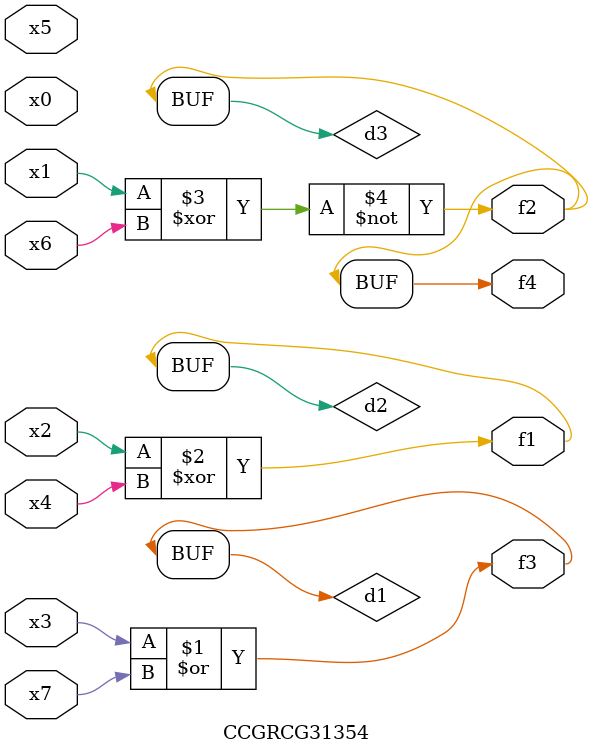
<source format=v>
module CCGRCG31354(
	input x0, x1, x2, x3, x4, x5, x6, x7,
	output f1, f2, f3, f4
);

	wire d1, d2, d3;

	or (d1, x3, x7);
	xor (d2, x2, x4);
	xnor (d3, x1, x6);
	assign f1 = d2;
	assign f2 = d3;
	assign f3 = d1;
	assign f4 = d3;
endmodule

</source>
